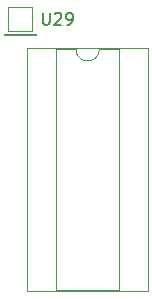
<source format=gbr>
%TF.GenerationSoftware,KiCad,Pcbnew,7.0.9*%
%TF.CreationDate,2024-04-23T21:06:01-07:00*%
%TF.ProjectId,U11-74LS138,5531312d-3734-44c5-9331-33382e6b6963,rev?*%
%TF.SameCoordinates,Original*%
%TF.FileFunction,Legend,Top*%
%TF.FilePolarity,Positive*%
%FSLAX46Y46*%
G04 Gerber Fmt 4.6, Leading zero omitted, Abs format (unit mm)*
G04 Created by KiCad (PCBNEW 7.0.9) date 2024-04-23 21:06:01*
%MOMM*%
%LPD*%
G01*
G04 APERTURE LIST*
%ADD10C,0.150000*%
%ADD11C,0.120000*%
%ADD12C,0.100000*%
G04 APERTURE END LIST*
D10*
X149891905Y-86449819D02*
X149891905Y-87259342D01*
X149891905Y-87259342D02*
X149939524Y-87354580D01*
X149939524Y-87354580D02*
X149987143Y-87402200D01*
X149987143Y-87402200D02*
X150082381Y-87449819D01*
X150082381Y-87449819D02*
X150272857Y-87449819D01*
X150272857Y-87449819D02*
X150368095Y-87402200D01*
X150368095Y-87402200D02*
X150415714Y-87354580D01*
X150415714Y-87354580D02*
X150463333Y-87259342D01*
X150463333Y-87259342D02*
X150463333Y-86449819D01*
X150891905Y-86545057D02*
X150939524Y-86497438D01*
X150939524Y-86497438D02*
X151034762Y-86449819D01*
X151034762Y-86449819D02*
X151272857Y-86449819D01*
X151272857Y-86449819D02*
X151368095Y-86497438D01*
X151368095Y-86497438D02*
X151415714Y-86545057D01*
X151415714Y-86545057D02*
X151463333Y-86640295D01*
X151463333Y-86640295D02*
X151463333Y-86735533D01*
X151463333Y-86735533D02*
X151415714Y-86878390D01*
X151415714Y-86878390D02*
X150844286Y-87449819D01*
X150844286Y-87449819D02*
X151463333Y-87449819D01*
X151939524Y-87449819D02*
X152130000Y-87449819D01*
X152130000Y-87449819D02*
X152225238Y-87402200D01*
X152225238Y-87402200D02*
X152272857Y-87354580D01*
X152272857Y-87354580D02*
X152368095Y-87211723D01*
X152368095Y-87211723D02*
X152415714Y-87021247D01*
X152415714Y-87021247D02*
X152415714Y-86640295D01*
X152415714Y-86640295D02*
X152368095Y-86545057D01*
X152368095Y-86545057D02*
X152320476Y-86497438D01*
X152320476Y-86497438D02*
X152225238Y-86449819D01*
X152225238Y-86449819D02*
X152034762Y-86449819D01*
X152034762Y-86449819D02*
X151939524Y-86497438D01*
X151939524Y-86497438D02*
X151891905Y-86545057D01*
X151891905Y-86545057D02*
X151844286Y-86640295D01*
X151844286Y-86640295D02*
X151844286Y-86878390D01*
X151844286Y-86878390D02*
X151891905Y-86973628D01*
X151891905Y-86973628D02*
X151939524Y-87021247D01*
X151939524Y-87021247D02*
X152034762Y-87068866D01*
X152034762Y-87068866D02*
X152225238Y-87068866D01*
X152225238Y-87068866D02*
X152320476Y-87021247D01*
X152320476Y-87021247D02*
X152368095Y-86973628D01*
X152368095Y-86973628D02*
X152415714Y-86878390D01*
D11*
%TO.C,U29*%
X146625000Y-88265000D02*
X149285000Y-88265000D01*
X146625000Y-88325000D02*
X149285000Y-88325000D01*
D12*
X146939000Y-85979000D02*
X148971000Y-85979000D01*
X148971000Y-85979000D02*
X148971000Y-88011000D01*
X148971000Y-88011000D02*
X146939000Y-88011000D01*
X146939000Y-88011000D02*
X146939000Y-85979000D01*
D11*
%TO.C,SOCKET_74LS1*%
X151020000Y-109965000D02*
X156320000Y-109965000D01*
X158810000Y-89465000D02*
X148530000Y-89465000D01*
X156320000Y-109965000D02*
X156320000Y-89525000D01*
X152670000Y-89525000D02*
X151020000Y-89525000D01*
X156320000Y-89525000D02*
X154670000Y-89525000D01*
X151020000Y-89525000D02*
X151020000Y-109965000D01*
X158810000Y-110025000D02*
X158810000Y-89465000D01*
X148530000Y-89465000D02*
X148530000Y-110025000D01*
X148530000Y-110025000D02*
X158810000Y-110025000D01*
X152670000Y-89525000D02*
G75*
G03*
X154670000Y-89525000I1000000J0D01*
G01*
%TD*%
M02*

</source>
